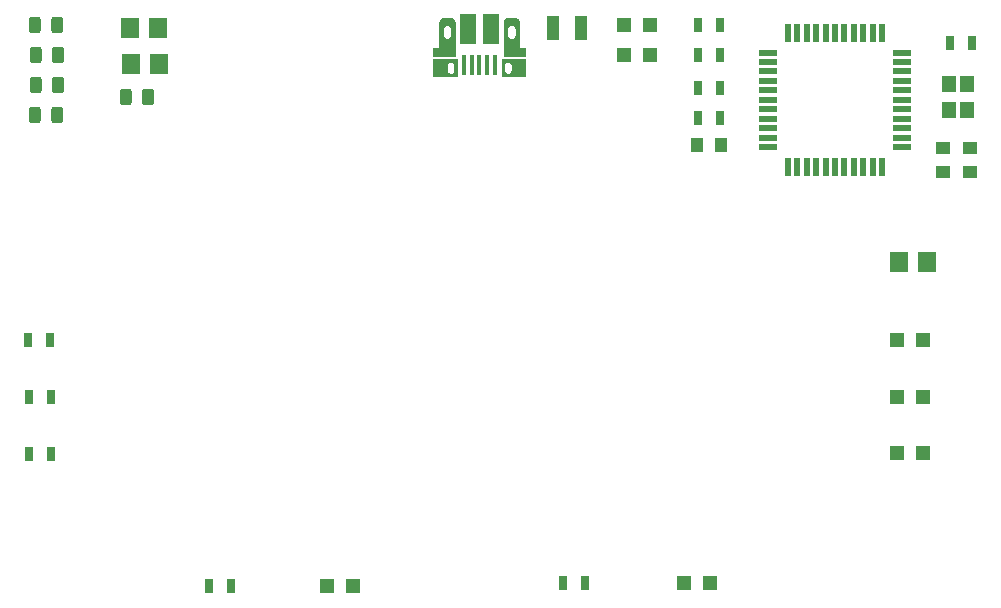
<source format=gbr>
G04 #@! TF.GenerationSoftware,KiCad,Pcbnew,(5.0.1-3-g963ef8bb5)*
G04 #@! TF.CreationDate,2019-04-11T07:51:52+01:00*
G04 #@! TF.ProjectId,invitation,696E7669746174696F6E2E6B69636164,rev?*
G04 #@! TF.SameCoordinates,Original*
G04 #@! TF.FileFunction,Paste,Bot*
G04 #@! TF.FilePolarity,Positive*
%FSLAX46Y46*%
G04 Gerber Fmt 4.6, Leading zero omitted, Abs format (unit mm)*
G04 Created by KiCad (PCBNEW (5.0.1-3-g963ef8bb5)) date Thursday, 11 April 2019 at 07:51:52*
%MOMM*%
%LPD*%
G01*
G04 APERTURE LIST*
%ADD10C,0.000100*%
%ADD11R,0.400000X1.750000*%
%ADD12R,1.425000X2.500000*%
%ADD13R,1.500000X0.550000*%
%ADD14R,0.550000X1.500000*%
%ADD15R,1.140000X2.030000*%
%ADD16R,1.200000X1.400000*%
%ADD17R,1.200000X1.200000*%
%ADD18R,0.700000X1.300000*%
%ADD19R,1.250000X1.000000*%
%ADD20R,1.000000X1.250000*%
%ADD21R,1.550000X1.800000*%
%ADD22C,0.100000*%
%ADD23C,0.975000*%
G04 APERTURE END LIST*
D10*
G04 #@! TO.C,P1*
G36*
X158510000Y-78030000D02*
X160510000Y-78030000D01*
X160510000Y-77310000D01*
X160310000Y-77310000D01*
X160310000Y-77500000D01*
X160310000Y-77508510D01*
X160309110Y-77525510D01*
X160307330Y-77542430D01*
X160304670Y-77559240D01*
X160301130Y-77575890D01*
X160296720Y-77592330D01*
X160291460Y-77608520D01*
X160285360Y-77624410D01*
X160278440Y-77639960D01*
X160270710Y-77655130D01*
X160262200Y-77669870D01*
X160252930Y-77684140D01*
X160242930Y-77697910D01*
X160232220Y-77711140D01*
X160220830Y-77723790D01*
X160208790Y-77735830D01*
X160196140Y-77747220D01*
X160182920Y-77757930D01*
X160169150Y-77767930D01*
X160154870Y-77777200D01*
X160140130Y-77785710D01*
X160124970Y-77793440D01*
X160109420Y-77800360D01*
X160093530Y-77806460D01*
X160077340Y-77811720D01*
X160060900Y-77816130D01*
X160044250Y-77819670D01*
X160027440Y-77822330D01*
X160010510Y-77824110D01*
X159993510Y-77825000D01*
X159985000Y-77825000D01*
X159976490Y-77825000D01*
X159959490Y-77824110D01*
X159942570Y-77822330D01*
X159925760Y-77819670D01*
X159909110Y-77816130D01*
X159892670Y-77811720D01*
X159876480Y-77806460D01*
X159860590Y-77800360D01*
X159845040Y-77793440D01*
X159829870Y-77785710D01*
X159815130Y-77777200D01*
X159800860Y-77767930D01*
X159787090Y-77757930D01*
X159773860Y-77747220D01*
X159761210Y-77735830D01*
X159749170Y-77723790D01*
X159737780Y-77711140D01*
X159727070Y-77697920D01*
X159717070Y-77684150D01*
X159707800Y-77669870D01*
X159699290Y-77655130D01*
X159691560Y-77639970D01*
X159684640Y-77624420D01*
X159678540Y-77608530D01*
X159673280Y-77592340D01*
X159668870Y-77575900D01*
X159665330Y-77559250D01*
X159662670Y-77542440D01*
X159660890Y-77525510D01*
X159660000Y-77508510D01*
X159660000Y-77500000D01*
X159660000Y-77310000D01*
X158510000Y-77310000D01*
X158510000Y-78030000D01*
G37*
X158510000Y-78030000D02*
X160510000Y-78030000D01*
X160510000Y-77310000D01*
X160310000Y-77310000D01*
X160310000Y-77500000D01*
X160310000Y-77508510D01*
X160309110Y-77525510D01*
X160307330Y-77542430D01*
X160304670Y-77559240D01*
X160301130Y-77575890D01*
X160296720Y-77592330D01*
X160291460Y-77608520D01*
X160285360Y-77624410D01*
X160278440Y-77639960D01*
X160270710Y-77655130D01*
X160262200Y-77669870D01*
X160252930Y-77684140D01*
X160242930Y-77697910D01*
X160232220Y-77711140D01*
X160220830Y-77723790D01*
X160208790Y-77735830D01*
X160196140Y-77747220D01*
X160182920Y-77757930D01*
X160169150Y-77767930D01*
X160154870Y-77777200D01*
X160140130Y-77785710D01*
X160124970Y-77793440D01*
X160109420Y-77800360D01*
X160093530Y-77806460D01*
X160077340Y-77811720D01*
X160060900Y-77816130D01*
X160044250Y-77819670D01*
X160027440Y-77822330D01*
X160010510Y-77824110D01*
X159993510Y-77825000D01*
X159985000Y-77825000D01*
X159976490Y-77825000D01*
X159959490Y-77824110D01*
X159942570Y-77822330D01*
X159925760Y-77819670D01*
X159909110Y-77816130D01*
X159892670Y-77811720D01*
X159876480Y-77806460D01*
X159860590Y-77800360D01*
X159845040Y-77793440D01*
X159829870Y-77785710D01*
X159815130Y-77777200D01*
X159800860Y-77767930D01*
X159787090Y-77757930D01*
X159773860Y-77747220D01*
X159761210Y-77735830D01*
X159749170Y-77723790D01*
X159737780Y-77711140D01*
X159727070Y-77697920D01*
X159717070Y-77684150D01*
X159707800Y-77669870D01*
X159699290Y-77655130D01*
X159691560Y-77639970D01*
X159684640Y-77624420D01*
X159678540Y-77608530D01*
X159673280Y-77592340D01*
X159668870Y-77575900D01*
X159665330Y-77559250D01*
X159662670Y-77542440D01*
X159660890Y-77525510D01*
X159660000Y-77508510D01*
X159660000Y-77500000D01*
X159660000Y-77310000D01*
X158510000Y-77310000D01*
X158510000Y-78030000D01*
G36*
X158510000Y-76570000D02*
X160510000Y-76570000D01*
X160510000Y-77310000D01*
X160310000Y-77310000D01*
X160310000Y-77100000D01*
X160310000Y-77091490D01*
X160309110Y-77074490D01*
X160307330Y-77057570D01*
X160304670Y-77040760D01*
X160301130Y-77024110D01*
X160296720Y-77007670D01*
X160291460Y-76991480D01*
X160285360Y-76975590D01*
X160278440Y-76960040D01*
X160270710Y-76944870D01*
X160262200Y-76930130D01*
X160252930Y-76915860D01*
X160242930Y-76902090D01*
X160232220Y-76888860D01*
X160220830Y-76876210D01*
X160208790Y-76864170D01*
X160196140Y-76852780D01*
X160182920Y-76842070D01*
X160169150Y-76832070D01*
X160154870Y-76822800D01*
X160140130Y-76814290D01*
X160124970Y-76806560D01*
X160109420Y-76799640D01*
X160093530Y-76793540D01*
X160077340Y-76788280D01*
X160060900Y-76783870D01*
X160044250Y-76780330D01*
X160027440Y-76777670D01*
X160010510Y-76775890D01*
X159993510Y-76775000D01*
X159985000Y-76775000D01*
X159976490Y-76775000D01*
X159959490Y-76775890D01*
X159942570Y-76777670D01*
X159925760Y-76780330D01*
X159909110Y-76783870D01*
X159892670Y-76788280D01*
X159876480Y-76793540D01*
X159860590Y-76799640D01*
X159845040Y-76806560D01*
X159829870Y-76814290D01*
X159815130Y-76822800D01*
X159800860Y-76832070D01*
X159787090Y-76842070D01*
X159773860Y-76852780D01*
X159761210Y-76864170D01*
X159749170Y-76876210D01*
X159737780Y-76888860D01*
X159727070Y-76902080D01*
X159717070Y-76915850D01*
X159707800Y-76930130D01*
X159699290Y-76944870D01*
X159691560Y-76960030D01*
X159684640Y-76975580D01*
X159678540Y-76991470D01*
X159673280Y-77007660D01*
X159668870Y-77024100D01*
X159665330Y-77040750D01*
X159662670Y-77057560D01*
X159660890Y-77074490D01*
X159660000Y-77091490D01*
X159660000Y-77100000D01*
X159660000Y-77310000D01*
X158510000Y-77310000D01*
X158510000Y-76570000D01*
G37*
X158510000Y-76570000D02*
X160510000Y-76570000D01*
X160510000Y-77310000D01*
X160310000Y-77310000D01*
X160310000Y-77100000D01*
X160310000Y-77091490D01*
X160309110Y-77074490D01*
X160307330Y-77057570D01*
X160304670Y-77040760D01*
X160301130Y-77024110D01*
X160296720Y-77007670D01*
X160291460Y-76991480D01*
X160285360Y-76975590D01*
X160278440Y-76960040D01*
X160270710Y-76944870D01*
X160262200Y-76930130D01*
X160252930Y-76915860D01*
X160242930Y-76902090D01*
X160232220Y-76888860D01*
X160220830Y-76876210D01*
X160208790Y-76864170D01*
X160196140Y-76852780D01*
X160182920Y-76842070D01*
X160169150Y-76832070D01*
X160154870Y-76822800D01*
X160140130Y-76814290D01*
X160124970Y-76806560D01*
X160109420Y-76799640D01*
X160093530Y-76793540D01*
X160077340Y-76788280D01*
X160060900Y-76783870D01*
X160044250Y-76780330D01*
X160027440Y-76777670D01*
X160010510Y-76775890D01*
X159993510Y-76775000D01*
X159985000Y-76775000D01*
X159976490Y-76775000D01*
X159959490Y-76775890D01*
X159942570Y-76777670D01*
X159925760Y-76780330D01*
X159909110Y-76783870D01*
X159892670Y-76788280D01*
X159876480Y-76793540D01*
X159860590Y-76799640D01*
X159845040Y-76806560D01*
X159829870Y-76814290D01*
X159815130Y-76822800D01*
X159800860Y-76832070D01*
X159787090Y-76842070D01*
X159773860Y-76852780D01*
X159761210Y-76864170D01*
X159749170Y-76876210D01*
X159737780Y-76888860D01*
X159727070Y-76902080D01*
X159717070Y-76915850D01*
X159707800Y-76930130D01*
X159699290Y-76944870D01*
X159691560Y-76960030D01*
X159684640Y-76975580D01*
X159678540Y-76991470D01*
X159673280Y-77007660D01*
X159668870Y-77024100D01*
X159665330Y-77040750D01*
X159662670Y-77057560D01*
X159660890Y-77074490D01*
X159660000Y-77091490D01*
X159660000Y-77100000D01*
X159660000Y-77310000D01*
X158510000Y-77310000D01*
X158510000Y-76570000D01*
G36*
X166310000Y-76570000D02*
X164310000Y-76570000D01*
X164310000Y-77290000D01*
X164510000Y-77290000D01*
X164510000Y-77100000D01*
X164510000Y-77091490D01*
X164510890Y-77074490D01*
X164512670Y-77057570D01*
X164515330Y-77040760D01*
X164518870Y-77024110D01*
X164523280Y-77007670D01*
X164528540Y-76991480D01*
X164534640Y-76975590D01*
X164541560Y-76960040D01*
X164549290Y-76944870D01*
X164557800Y-76930130D01*
X164567070Y-76915860D01*
X164577070Y-76902090D01*
X164587780Y-76888860D01*
X164599170Y-76876210D01*
X164611210Y-76864170D01*
X164623860Y-76852780D01*
X164637080Y-76842070D01*
X164650850Y-76832070D01*
X164665130Y-76822800D01*
X164679870Y-76814290D01*
X164695030Y-76806560D01*
X164710580Y-76799640D01*
X164726470Y-76793540D01*
X164742660Y-76788280D01*
X164759100Y-76783870D01*
X164775750Y-76780330D01*
X164792560Y-76777670D01*
X164809490Y-76775890D01*
X164826490Y-76775000D01*
X164835000Y-76775000D01*
X164843510Y-76775000D01*
X164860510Y-76775890D01*
X164877430Y-76777670D01*
X164894240Y-76780330D01*
X164910890Y-76783870D01*
X164927330Y-76788280D01*
X164943520Y-76793540D01*
X164959410Y-76799640D01*
X164974960Y-76806560D01*
X164990130Y-76814290D01*
X165004870Y-76822800D01*
X165019140Y-76832070D01*
X165032910Y-76842070D01*
X165046140Y-76852780D01*
X165058790Y-76864170D01*
X165070830Y-76876210D01*
X165082220Y-76888860D01*
X165092930Y-76902080D01*
X165102930Y-76915850D01*
X165112200Y-76930130D01*
X165120710Y-76944870D01*
X165128440Y-76960030D01*
X165135360Y-76975580D01*
X165141460Y-76991470D01*
X165146720Y-77007660D01*
X165151130Y-77024100D01*
X165154670Y-77040750D01*
X165157330Y-77057560D01*
X165159110Y-77074490D01*
X165160000Y-77091490D01*
X165160000Y-77100000D01*
X165160000Y-77290000D01*
X166310000Y-77290000D01*
X166310000Y-76570000D01*
G37*
X166310000Y-76570000D02*
X164310000Y-76570000D01*
X164310000Y-77290000D01*
X164510000Y-77290000D01*
X164510000Y-77100000D01*
X164510000Y-77091490D01*
X164510890Y-77074490D01*
X164512670Y-77057570D01*
X164515330Y-77040760D01*
X164518870Y-77024110D01*
X164523280Y-77007670D01*
X164528540Y-76991480D01*
X164534640Y-76975590D01*
X164541560Y-76960040D01*
X164549290Y-76944870D01*
X164557800Y-76930130D01*
X164567070Y-76915860D01*
X164577070Y-76902090D01*
X164587780Y-76888860D01*
X164599170Y-76876210D01*
X164611210Y-76864170D01*
X164623860Y-76852780D01*
X164637080Y-76842070D01*
X164650850Y-76832070D01*
X164665130Y-76822800D01*
X164679870Y-76814290D01*
X164695030Y-76806560D01*
X164710580Y-76799640D01*
X164726470Y-76793540D01*
X164742660Y-76788280D01*
X164759100Y-76783870D01*
X164775750Y-76780330D01*
X164792560Y-76777670D01*
X164809490Y-76775890D01*
X164826490Y-76775000D01*
X164835000Y-76775000D01*
X164843510Y-76775000D01*
X164860510Y-76775890D01*
X164877430Y-76777670D01*
X164894240Y-76780330D01*
X164910890Y-76783870D01*
X164927330Y-76788280D01*
X164943520Y-76793540D01*
X164959410Y-76799640D01*
X164974960Y-76806560D01*
X164990130Y-76814290D01*
X165004870Y-76822800D01*
X165019140Y-76832070D01*
X165032910Y-76842070D01*
X165046140Y-76852780D01*
X165058790Y-76864170D01*
X165070830Y-76876210D01*
X165082220Y-76888860D01*
X165092930Y-76902080D01*
X165102930Y-76915850D01*
X165112200Y-76930130D01*
X165120710Y-76944870D01*
X165128440Y-76960030D01*
X165135360Y-76975580D01*
X165141460Y-76991470D01*
X165146720Y-77007660D01*
X165151130Y-77024100D01*
X165154670Y-77040750D01*
X165157330Y-77057560D01*
X165159110Y-77074490D01*
X165160000Y-77091490D01*
X165160000Y-77100000D01*
X165160000Y-77290000D01*
X166310000Y-77290000D01*
X166310000Y-76570000D01*
G36*
X166310000Y-78030000D02*
X164310000Y-78030000D01*
X164310000Y-77290000D01*
X164510000Y-77290000D01*
X164510000Y-77500000D01*
X164510000Y-77508510D01*
X164510890Y-77525510D01*
X164512670Y-77542430D01*
X164515330Y-77559240D01*
X164518870Y-77575890D01*
X164523280Y-77592330D01*
X164528540Y-77608520D01*
X164534640Y-77624410D01*
X164541560Y-77639960D01*
X164549290Y-77655130D01*
X164557800Y-77669870D01*
X164567070Y-77684140D01*
X164577070Y-77697910D01*
X164587780Y-77711140D01*
X164599170Y-77723790D01*
X164611210Y-77735830D01*
X164623860Y-77747220D01*
X164637080Y-77757930D01*
X164650850Y-77767930D01*
X164665130Y-77777200D01*
X164679870Y-77785710D01*
X164695030Y-77793440D01*
X164710580Y-77800360D01*
X164726470Y-77806460D01*
X164742660Y-77811720D01*
X164759100Y-77816130D01*
X164775750Y-77819670D01*
X164792560Y-77822330D01*
X164809490Y-77824110D01*
X164826490Y-77825000D01*
X164835000Y-77825000D01*
X164843510Y-77825000D01*
X164860510Y-77824110D01*
X164877430Y-77822330D01*
X164894240Y-77819670D01*
X164910890Y-77816130D01*
X164927330Y-77811720D01*
X164943520Y-77806460D01*
X164959410Y-77800360D01*
X164974960Y-77793440D01*
X164990130Y-77785710D01*
X165004870Y-77777200D01*
X165019140Y-77767930D01*
X165032910Y-77757930D01*
X165046140Y-77747220D01*
X165058790Y-77735830D01*
X165070830Y-77723790D01*
X165082220Y-77711140D01*
X165092930Y-77697920D01*
X165102930Y-77684150D01*
X165112200Y-77669870D01*
X165120710Y-77655130D01*
X165128440Y-77639970D01*
X165135360Y-77624420D01*
X165141460Y-77608530D01*
X165146720Y-77592340D01*
X165151130Y-77575900D01*
X165154670Y-77559250D01*
X165157330Y-77542440D01*
X165159110Y-77525510D01*
X165160000Y-77508510D01*
X165160000Y-77500000D01*
X165160000Y-77290000D01*
X166310000Y-77290000D01*
X166310000Y-78030000D01*
G37*
X166310000Y-78030000D02*
X164310000Y-78030000D01*
X164310000Y-77290000D01*
X164510000Y-77290000D01*
X164510000Y-77500000D01*
X164510000Y-77508510D01*
X164510890Y-77525510D01*
X164512670Y-77542430D01*
X164515330Y-77559240D01*
X164518870Y-77575890D01*
X164523280Y-77592330D01*
X164528540Y-77608520D01*
X164534640Y-77624410D01*
X164541560Y-77639960D01*
X164549290Y-77655130D01*
X164557800Y-77669870D01*
X164567070Y-77684140D01*
X164577070Y-77697910D01*
X164587780Y-77711140D01*
X164599170Y-77723790D01*
X164611210Y-77735830D01*
X164623860Y-77747220D01*
X164637080Y-77757930D01*
X164650850Y-77767930D01*
X164665130Y-77777200D01*
X164679870Y-77785710D01*
X164695030Y-77793440D01*
X164710580Y-77800360D01*
X164726470Y-77806460D01*
X164742660Y-77811720D01*
X164759100Y-77816130D01*
X164775750Y-77819670D01*
X164792560Y-77822330D01*
X164809490Y-77824110D01*
X164826490Y-77825000D01*
X164835000Y-77825000D01*
X164843510Y-77825000D01*
X164860510Y-77824110D01*
X164877430Y-77822330D01*
X164894240Y-77819670D01*
X164910890Y-77816130D01*
X164927330Y-77811720D01*
X164943520Y-77806460D01*
X164959410Y-77800360D01*
X164974960Y-77793440D01*
X164990130Y-77785710D01*
X165004870Y-77777200D01*
X165019140Y-77767930D01*
X165032910Y-77757930D01*
X165046140Y-77747220D01*
X165058790Y-77735830D01*
X165070830Y-77723790D01*
X165082220Y-77711140D01*
X165092930Y-77697920D01*
X165102930Y-77684150D01*
X165112200Y-77669870D01*
X165120710Y-77655130D01*
X165128440Y-77639970D01*
X165135360Y-77624420D01*
X165141460Y-77608530D01*
X165146720Y-77592340D01*
X165151130Y-77575900D01*
X165154670Y-77559250D01*
X165157330Y-77542440D01*
X165159110Y-77525510D01*
X165160000Y-77508510D01*
X165160000Y-77500000D01*
X165160000Y-77290000D01*
X166310000Y-77290000D01*
X166310000Y-78030000D01*
G36*
X158510000Y-76320000D02*
X160335000Y-76320000D01*
X160335000Y-74270000D01*
X160035000Y-74270000D01*
X160035000Y-74520000D01*
X160035000Y-74529163D01*
X160034040Y-74547468D01*
X160032120Y-74565698D01*
X160029260Y-74583802D01*
X160025450Y-74601732D01*
X160020700Y-74619437D01*
X160015040Y-74636870D01*
X160008470Y-74653983D01*
X160001010Y-74670729D01*
X159992690Y-74687061D01*
X159983530Y-74702935D01*
X159973540Y-74718308D01*
X159962770Y-74733138D01*
X159951230Y-74747383D01*
X159938970Y-74761005D01*
X159926010Y-74773967D01*
X159912390Y-74786232D01*
X159898140Y-74797768D01*
X159883310Y-74808542D01*
X159867940Y-74818525D01*
X159852060Y-74827690D01*
X159835730Y-74836012D01*
X159818990Y-74843468D01*
X159801870Y-74850037D01*
X159784440Y-74855701D01*
X159766740Y-74860446D01*
X159748810Y-74864257D01*
X159730700Y-74867124D01*
X159712470Y-74869040D01*
X159694170Y-74870000D01*
X159685000Y-74870000D01*
X159675840Y-74870000D01*
X159657530Y-74869041D01*
X159639300Y-74867125D01*
X159621200Y-74864258D01*
X159603270Y-74860447D01*
X159585560Y-74855702D01*
X159568130Y-74850038D01*
X159551020Y-74843469D01*
X159534270Y-74836014D01*
X159517940Y-74827692D01*
X159502060Y-74818527D01*
X159486690Y-74808544D01*
X159471860Y-74797770D01*
X159457620Y-74786235D01*
X159443990Y-74773969D01*
X159431030Y-74761008D01*
X159418770Y-74747386D01*
X159407230Y-74733141D01*
X159396460Y-74718312D01*
X159386470Y-74702939D01*
X159377310Y-74687065D01*
X159368990Y-74670732D01*
X159361530Y-74653987D01*
X159354960Y-74636874D01*
X159349300Y-74619441D01*
X159344550Y-74601736D01*
X159340740Y-74583806D01*
X159337880Y-74565702D01*
X159335960Y-74547472D01*
X159335000Y-74529167D01*
X159335000Y-74520000D01*
X159335000Y-74270000D01*
X159035000Y-74270000D01*
X159035000Y-75620000D01*
X158510000Y-75620000D01*
X158510000Y-76320000D01*
G37*
X158510000Y-76320000D02*
X160335000Y-76320000D01*
X160335000Y-74270000D01*
X160035000Y-74270000D01*
X160035000Y-74520000D01*
X160035000Y-74529163D01*
X160034040Y-74547468D01*
X160032120Y-74565698D01*
X160029260Y-74583802D01*
X160025450Y-74601732D01*
X160020700Y-74619437D01*
X160015040Y-74636870D01*
X160008470Y-74653983D01*
X160001010Y-74670729D01*
X159992690Y-74687061D01*
X159983530Y-74702935D01*
X159973540Y-74718308D01*
X159962770Y-74733138D01*
X159951230Y-74747383D01*
X159938970Y-74761005D01*
X159926010Y-74773967D01*
X159912390Y-74786232D01*
X159898140Y-74797768D01*
X159883310Y-74808542D01*
X159867940Y-74818525D01*
X159852060Y-74827690D01*
X159835730Y-74836012D01*
X159818990Y-74843468D01*
X159801870Y-74850037D01*
X159784440Y-74855701D01*
X159766740Y-74860446D01*
X159748810Y-74864257D01*
X159730700Y-74867124D01*
X159712470Y-74869040D01*
X159694170Y-74870000D01*
X159685000Y-74870000D01*
X159675840Y-74870000D01*
X159657530Y-74869041D01*
X159639300Y-74867125D01*
X159621200Y-74864258D01*
X159603270Y-74860447D01*
X159585560Y-74855702D01*
X159568130Y-74850038D01*
X159551020Y-74843469D01*
X159534270Y-74836014D01*
X159517940Y-74827692D01*
X159502060Y-74818527D01*
X159486690Y-74808544D01*
X159471860Y-74797770D01*
X159457620Y-74786235D01*
X159443990Y-74773969D01*
X159431030Y-74761008D01*
X159418770Y-74747386D01*
X159407230Y-74733141D01*
X159396460Y-74718312D01*
X159386470Y-74702939D01*
X159377310Y-74687065D01*
X159368990Y-74670732D01*
X159361530Y-74653987D01*
X159354960Y-74636874D01*
X159349300Y-74619441D01*
X159344550Y-74601736D01*
X159340740Y-74583806D01*
X159337880Y-74565702D01*
X159335960Y-74547472D01*
X159335000Y-74529167D01*
X159335000Y-74520000D01*
X159335000Y-74270000D01*
X159035000Y-74270000D01*
X159035000Y-75620000D01*
X158510000Y-75620000D01*
X158510000Y-76320000D01*
G36*
X159035000Y-74270000D02*
X159335000Y-74270000D01*
X159335000Y-74020000D01*
X159335000Y-74010837D01*
X159335960Y-73992532D01*
X159337880Y-73974302D01*
X159340740Y-73956198D01*
X159344550Y-73938268D01*
X159349300Y-73920563D01*
X159354960Y-73903130D01*
X159361530Y-73886017D01*
X159368990Y-73869271D01*
X159377310Y-73852939D01*
X159386470Y-73837065D01*
X159396460Y-73821692D01*
X159407230Y-73806862D01*
X159418770Y-73792617D01*
X159431030Y-73778995D01*
X159443990Y-73766033D01*
X159457610Y-73753768D01*
X159471860Y-73742232D01*
X159486690Y-73731458D01*
X159502060Y-73721475D01*
X159517940Y-73712310D01*
X159534270Y-73703988D01*
X159551010Y-73696532D01*
X159568130Y-73689963D01*
X159585560Y-73684299D01*
X159603260Y-73679554D01*
X159621190Y-73675743D01*
X159639300Y-73672876D01*
X159657530Y-73670960D01*
X159675830Y-73670000D01*
X159685000Y-73670000D01*
X159694160Y-73670000D01*
X159712470Y-73670959D01*
X159730700Y-73672875D01*
X159748800Y-73675742D01*
X159766730Y-73679553D01*
X159784440Y-73684298D01*
X159801870Y-73689962D01*
X159818980Y-73696531D01*
X159835730Y-73703986D01*
X159852060Y-73712308D01*
X159867940Y-73721473D01*
X159883310Y-73731456D01*
X159898140Y-73742230D01*
X159912380Y-73753765D01*
X159926010Y-73766031D01*
X159938970Y-73778992D01*
X159951230Y-73792614D01*
X159962770Y-73806859D01*
X159973540Y-73821688D01*
X159983530Y-73837061D01*
X159992690Y-73852935D01*
X160001010Y-73869268D01*
X160008470Y-73886013D01*
X160015040Y-73903126D01*
X160020700Y-73920559D01*
X160025450Y-73938264D01*
X160029260Y-73956194D01*
X160032120Y-73974298D01*
X160034040Y-73992528D01*
X160035000Y-74010833D01*
X160035000Y-74020000D01*
X160035000Y-74270000D01*
X160335000Y-74270000D01*
X160335000Y-73510000D01*
X160335000Y-73498481D01*
X160333790Y-73475469D01*
X160331390Y-73452551D01*
X160327780Y-73429791D01*
X160322990Y-73407251D01*
X160317030Y-73384993D01*
X160309910Y-73363077D01*
X160301650Y-73341564D01*
X160292270Y-73320513D01*
X160281810Y-73299981D01*
X160270290Y-73280024D01*
X160257740Y-73260700D01*
X160244200Y-73242060D01*
X160229690Y-73224150D01*
X160214280Y-73207020D01*
X160197980Y-73190730D01*
X160180860Y-73175310D01*
X160162950Y-73160810D01*
X160144310Y-73147260D01*
X160124980Y-73134710D01*
X160105020Y-73123190D01*
X160084490Y-73112730D01*
X160063440Y-73103350D01*
X160041930Y-73095100D01*
X160020010Y-73087980D01*
X159997750Y-73082010D01*
X159975210Y-73077220D01*
X159952450Y-73073620D01*
X159929540Y-73071210D01*
X159906520Y-73070000D01*
X159895000Y-73070000D01*
X159890000Y-73070000D01*
X159500000Y-73070000D01*
X159495000Y-73070000D01*
X159482960Y-73070000D01*
X159458900Y-73071260D01*
X159434940Y-73073780D01*
X159411150Y-73077550D01*
X159387580Y-73082560D01*
X159364310Y-73088790D01*
X159341400Y-73096240D01*
X159318910Y-73104870D01*
X159296900Y-73114670D01*
X159275430Y-73125600D01*
X159254570Y-73137650D01*
X159234370Y-73150770D01*
X159214880Y-73164930D01*
X159196150Y-73180090D01*
X159178250Y-73196210D01*
X159161220Y-73213250D01*
X159145100Y-73231150D01*
X159129930Y-73249870D01*
X159115770Y-73269360D01*
X159102650Y-73289566D01*
X159090610Y-73310429D01*
X159079670Y-73331895D01*
X159069870Y-73353903D01*
X159061240Y-73376394D01*
X159053790Y-73399306D01*
X159047560Y-73422576D01*
X159042550Y-73446140D01*
X159038780Y-73469935D01*
X159036260Y-73493894D01*
X159035000Y-73517952D01*
X159035000Y-73530000D01*
X159035000Y-74270000D01*
G37*
X159035000Y-74270000D02*
X159335000Y-74270000D01*
X159335000Y-74020000D01*
X159335000Y-74010837D01*
X159335960Y-73992532D01*
X159337880Y-73974302D01*
X159340740Y-73956198D01*
X159344550Y-73938268D01*
X159349300Y-73920563D01*
X159354960Y-73903130D01*
X159361530Y-73886017D01*
X159368990Y-73869271D01*
X159377310Y-73852939D01*
X159386470Y-73837065D01*
X159396460Y-73821692D01*
X159407230Y-73806862D01*
X159418770Y-73792617D01*
X159431030Y-73778995D01*
X159443990Y-73766033D01*
X159457610Y-73753768D01*
X159471860Y-73742232D01*
X159486690Y-73731458D01*
X159502060Y-73721475D01*
X159517940Y-73712310D01*
X159534270Y-73703988D01*
X159551010Y-73696532D01*
X159568130Y-73689963D01*
X159585560Y-73684299D01*
X159603260Y-73679554D01*
X159621190Y-73675743D01*
X159639300Y-73672876D01*
X159657530Y-73670960D01*
X159675830Y-73670000D01*
X159685000Y-73670000D01*
X159694160Y-73670000D01*
X159712470Y-73670959D01*
X159730700Y-73672875D01*
X159748800Y-73675742D01*
X159766730Y-73679553D01*
X159784440Y-73684298D01*
X159801870Y-73689962D01*
X159818980Y-73696531D01*
X159835730Y-73703986D01*
X159852060Y-73712308D01*
X159867940Y-73721473D01*
X159883310Y-73731456D01*
X159898140Y-73742230D01*
X159912380Y-73753765D01*
X159926010Y-73766031D01*
X159938970Y-73778992D01*
X159951230Y-73792614D01*
X159962770Y-73806859D01*
X159973540Y-73821688D01*
X159983530Y-73837061D01*
X159992690Y-73852935D01*
X160001010Y-73869268D01*
X160008470Y-73886013D01*
X160015040Y-73903126D01*
X160020700Y-73920559D01*
X160025450Y-73938264D01*
X160029260Y-73956194D01*
X160032120Y-73974298D01*
X160034040Y-73992528D01*
X160035000Y-74010833D01*
X160035000Y-74020000D01*
X160035000Y-74270000D01*
X160335000Y-74270000D01*
X160335000Y-73510000D01*
X160335000Y-73498481D01*
X160333790Y-73475469D01*
X160331390Y-73452551D01*
X160327780Y-73429791D01*
X160322990Y-73407251D01*
X160317030Y-73384993D01*
X160309910Y-73363077D01*
X160301650Y-73341564D01*
X160292270Y-73320513D01*
X160281810Y-73299981D01*
X160270290Y-73280024D01*
X160257740Y-73260700D01*
X160244200Y-73242060D01*
X160229690Y-73224150D01*
X160214280Y-73207020D01*
X160197980Y-73190730D01*
X160180860Y-73175310D01*
X160162950Y-73160810D01*
X160144310Y-73147260D01*
X160124980Y-73134710D01*
X160105020Y-73123190D01*
X160084490Y-73112730D01*
X160063440Y-73103350D01*
X160041930Y-73095100D01*
X160020010Y-73087980D01*
X159997750Y-73082010D01*
X159975210Y-73077220D01*
X159952450Y-73073620D01*
X159929540Y-73071210D01*
X159906520Y-73070000D01*
X159895000Y-73070000D01*
X159890000Y-73070000D01*
X159500000Y-73070000D01*
X159495000Y-73070000D01*
X159482960Y-73070000D01*
X159458900Y-73071260D01*
X159434940Y-73073780D01*
X159411150Y-73077550D01*
X159387580Y-73082560D01*
X159364310Y-73088790D01*
X159341400Y-73096240D01*
X159318910Y-73104870D01*
X159296900Y-73114670D01*
X159275430Y-73125600D01*
X159254570Y-73137650D01*
X159234370Y-73150770D01*
X159214880Y-73164930D01*
X159196150Y-73180090D01*
X159178250Y-73196210D01*
X159161220Y-73213250D01*
X159145100Y-73231150D01*
X159129930Y-73249870D01*
X159115770Y-73269360D01*
X159102650Y-73289566D01*
X159090610Y-73310429D01*
X159079670Y-73331895D01*
X159069870Y-73353903D01*
X159061240Y-73376394D01*
X159053790Y-73399306D01*
X159047560Y-73422576D01*
X159042550Y-73446140D01*
X159038780Y-73469935D01*
X159036260Y-73493894D01*
X159035000Y-73517952D01*
X159035000Y-73530000D01*
X159035000Y-74270000D01*
G36*
X166310000Y-76320000D02*
X164485000Y-76320000D01*
X164485000Y-74270000D01*
X164785000Y-74270000D01*
X164785000Y-74520000D01*
X164785000Y-74529163D01*
X164785960Y-74547468D01*
X164787880Y-74565698D01*
X164790740Y-74583802D01*
X164794550Y-74601732D01*
X164799300Y-74619437D01*
X164804960Y-74636870D01*
X164811530Y-74653983D01*
X164818990Y-74670729D01*
X164827310Y-74687061D01*
X164836470Y-74702935D01*
X164846460Y-74718308D01*
X164857230Y-74733138D01*
X164868770Y-74747383D01*
X164881030Y-74761005D01*
X164893990Y-74773967D01*
X164907610Y-74786232D01*
X164921860Y-74797768D01*
X164936690Y-74808542D01*
X164952060Y-74818525D01*
X164967940Y-74827690D01*
X164984270Y-74836012D01*
X165001010Y-74843468D01*
X165018130Y-74850037D01*
X165035560Y-74855701D01*
X165053260Y-74860446D01*
X165071190Y-74864257D01*
X165089300Y-74867124D01*
X165107530Y-74869040D01*
X165125830Y-74870000D01*
X165135000Y-74870000D01*
X165144160Y-74870000D01*
X165162470Y-74869041D01*
X165180700Y-74867125D01*
X165198800Y-74864258D01*
X165216730Y-74860447D01*
X165234440Y-74855702D01*
X165251870Y-74850038D01*
X165268980Y-74843469D01*
X165285730Y-74836014D01*
X165302060Y-74827692D01*
X165317940Y-74818527D01*
X165333310Y-74808544D01*
X165348140Y-74797770D01*
X165362380Y-74786235D01*
X165376010Y-74773969D01*
X165388970Y-74761008D01*
X165401230Y-74747386D01*
X165412770Y-74733141D01*
X165423540Y-74718312D01*
X165433530Y-74702939D01*
X165442690Y-74687065D01*
X165451010Y-74670732D01*
X165458470Y-74653987D01*
X165465040Y-74636874D01*
X165470700Y-74619441D01*
X165475450Y-74601736D01*
X165479260Y-74583806D01*
X165482120Y-74565702D01*
X165484040Y-74547472D01*
X165485000Y-74529167D01*
X165485000Y-74520000D01*
X165485000Y-74270000D01*
X165785000Y-74270000D01*
X165785000Y-75620000D01*
X166310000Y-75620000D01*
X166310000Y-76320000D01*
G37*
X166310000Y-76320000D02*
X164485000Y-76320000D01*
X164485000Y-74270000D01*
X164785000Y-74270000D01*
X164785000Y-74520000D01*
X164785000Y-74529163D01*
X164785960Y-74547468D01*
X164787880Y-74565698D01*
X164790740Y-74583802D01*
X164794550Y-74601732D01*
X164799300Y-74619437D01*
X164804960Y-74636870D01*
X164811530Y-74653983D01*
X164818990Y-74670729D01*
X164827310Y-74687061D01*
X164836470Y-74702935D01*
X164846460Y-74718308D01*
X164857230Y-74733138D01*
X164868770Y-74747383D01*
X164881030Y-74761005D01*
X164893990Y-74773967D01*
X164907610Y-74786232D01*
X164921860Y-74797768D01*
X164936690Y-74808542D01*
X164952060Y-74818525D01*
X164967940Y-74827690D01*
X164984270Y-74836012D01*
X165001010Y-74843468D01*
X165018130Y-74850037D01*
X165035560Y-74855701D01*
X165053260Y-74860446D01*
X165071190Y-74864257D01*
X165089300Y-74867124D01*
X165107530Y-74869040D01*
X165125830Y-74870000D01*
X165135000Y-74870000D01*
X165144160Y-74870000D01*
X165162470Y-74869041D01*
X165180700Y-74867125D01*
X165198800Y-74864258D01*
X165216730Y-74860447D01*
X165234440Y-74855702D01*
X165251870Y-74850038D01*
X165268980Y-74843469D01*
X165285730Y-74836014D01*
X165302060Y-74827692D01*
X165317940Y-74818527D01*
X165333310Y-74808544D01*
X165348140Y-74797770D01*
X165362380Y-74786235D01*
X165376010Y-74773969D01*
X165388970Y-74761008D01*
X165401230Y-74747386D01*
X165412770Y-74733141D01*
X165423540Y-74718312D01*
X165433530Y-74702939D01*
X165442690Y-74687065D01*
X165451010Y-74670732D01*
X165458470Y-74653987D01*
X165465040Y-74636874D01*
X165470700Y-74619441D01*
X165475450Y-74601736D01*
X165479260Y-74583806D01*
X165482120Y-74565702D01*
X165484040Y-74547472D01*
X165485000Y-74529167D01*
X165485000Y-74520000D01*
X165485000Y-74270000D01*
X165785000Y-74270000D01*
X165785000Y-75620000D01*
X166310000Y-75620000D01*
X166310000Y-76320000D01*
G36*
X164485000Y-74270000D02*
X164785000Y-74270000D01*
X164785000Y-74015000D01*
X164785000Y-74005837D01*
X164785960Y-73987532D01*
X164787880Y-73969302D01*
X164790740Y-73951198D01*
X164794550Y-73933268D01*
X164799300Y-73915563D01*
X164804960Y-73898130D01*
X164811530Y-73881017D01*
X164818990Y-73864271D01*
X164827310Y-73847939D01*
X164836470Y-73832065D01*
X164846460Y-73816692D01*
X164857230Y-73801862D01*
X164868770Y-73787617D01*
X164881030Y-73773995D01*
X164893990Y-73761033D01*
X164907610Y-73748768D01*
X164921860Y-73737232D01*
X164936690Y-73726458D01*
X164952060Y-73716475D01*
X164967940Y-73707310D01*
X164984270Y-73698988D01*
X165001010Y-73691532D01*
X165018130Y-73684963D01*
X165035560Y-73679299D01*
X165053260Y-73674554D01*
X165071190Y-73670743D01*
X165089300Y-73667876D01*
X165107530Y-73665960D01*
X165125830Y-73665000D01*
X165135000Y-73665000D01*
X165144160Y-73665000D01*
X165162470Y-73665959D01*
X165180700Y-73667875D01*
X165198800Y-73670742D01*
X165216730Y-73674553D01*
X165234440Y-73679298D01*
X165251870Y-73684962D01*
X165268980Y-73691531D01*
X165285730Y-73698986D01*
X165302060Y-73707308D01*
X165317940Y-73716473D01*
X165333310Y-73726456D01*
X165348140Y-73737230D01*
X165362380Y-73748765D01*
X165376010Y-73761031D01*
X165388970Y-73773992D01*
X165401230Y-73787614D01*
X165412770Y-73801859D01*
X165423540Y-73816688D01*
X165433530Y-73832061D01*
X165442690Y-73847935D01*
X165451010Y-73864268D01*
X165458470Y-73881013D01*
X165465040Y-73898126D01*
X165470700Y-73915559D01*
X165475450Y-73933264D01*
X165479260Y-73951194D01*
X165482120Y-73969298D01*
X165484040Y-73987528D01*
X165485000Y-74005833D01*
X165485000Y-74015000D01*
X165485000Y-74270000D01*
X165785000Y-74270000D01*
X165785000Y-73505000D01*
X165785010Y-73496046D01*
X165783810Y-73473164D01*
X165781410Y-73450377D01*
X165777830Y-73427746D01*
X165773070Y-73405334D01*
X165767130Y-73383201D01*
X165760050Y-73361410D01*
X165751840Y-73340018D01*
X165742520Y-73319086D01*
X165732120Y-73298670D01*
X165720670Y-73278827D01*
X165708190Y-73259610D01*
X165694720Y-73241070D01*
X165680300Y-73223270D01*
X165664970Y-73206240D01*
X165648770Y-73190040D01*
X165631740Y-73174700D01*
X165613930Y-73160280D01*
X165595390Y-73146820D01*
X165576180Y-73134340D01*
X165556330Y-73122880D01*
X165535920Y-73112480D01*
X165514990Y-73103160D01*
X165493600Y-73094950D01*
X165471800Y-73087870D01*
X165449670Y-73081940D01*
X165427260Y-73077170D01*
X165404630Y-73073590D01*
X165381840Y-73071190D01*
X165358960Y-73069990D01*
X165345000Y-73070000D01*
X164860000Y-73070000D01*
X164845560Y-73071500D01*
X164824000Y-73074920D01*
X164802640Y-73079460D01*
X164781550Y-73085110D01*
X164760780Y-73091860D01*
X164740400Y-73099680D01*
X164720450Y-73108560D01*
X164701000Y-73118470D01*
X164682090Y-73129390D01*
X164663770Y-73141280D01*
X164646110Y-73154120D01*
X164629140Y-73167860D01*
X164612910Y-73182470D01*
X164597470Y-73197910D01*
X164582860Y-73214140D01*
X164569120Y-73231100D01*
X164556290Y-73248770D01*
X164544390Y-73267080D01*
X164533480Y-73285991D01*
X164523560Y-73305446D01*
X164514680Y-73325393D01*
X164506860Y-73345778D01*
X164500110Y-73366544D01*
X164494460Y-73387635D01*
X164489920Y-73408993D01*
X164486500Y-73430559D01*
X164484220Y-73452275D01*
X164483080Y-73474080D01*
X164483080Y-73495915D01*
X164484220Y-73517720D01*
X164485000Y-73525000D01*
X164485000Y-74270000D01*
G37*
X164485000Y-74270000D02*
X164785000Y-74270000D01*
X164785000Y-74015000D01*
X164785000Y-74005837D01*
X164785960Y-73987532D01*
X164787880Y-73969302D01*
X164790740Y-73951198D01*
X164794550Y-73933268D01*
X164799300Y-73915563D01*
X164804960Y-73898130D01*
X164811530Y-73881017D01*
X164818990Y-73864271D01*
X164827310Y-73847939D01*
X164836470Y-73832065D01*
X164846460Y-73816692D01*
X164857230Y-73801862D01*
X164868770Y-73787617D01*
X164881030Y-73773995D01*
X164893990Y-73761033D01*
X164907610Y-73748768D01*
X164921860Y-73737232D01*
X164936690Y-73726458D01*
X164952060Y-73716475D01*
X164967940Y-73707310D01*
X164984270Y-73698988D01*
X165001010Y-73691532D01*
X165018130Y-73684963D01*
X165035560Y-73679299D01*
X165053260Y-73674554D01*
X165071190Y-73670743D01*
X165089300Y-73667876D01*
X165107530Y-73665960D01*
X165125830Y-73665000D01*
X165135000Y-73665000D01*
X165144160Y-73665000D01*
X165162470Y-73665959D01*
X165180700Y-73667875D01*
X165198800Y-73670742D01*
X165216730Y-73674553D01*
X165234440Y-73679298D01*
X165251870Y-73684962D01*
X165268980Y-73691531D01*
X165285730Y-73698986D01*
X165302060Y-73707308D01*
X165317940Y-73716473D01*
X165333310Y-73726456D01*
X165348140Y-73737230D01*
X165362380Y-73748765D01*
X165376010Y-73761031D01*
X165388970Y-73773992D01*
X165401230Y-73787614D01*
X165412770Y-73801859D01*
X165423540Y-73816688D01*
X165433530Y-73832061D01*
X165442690Y-73847935D01*
X165451010Y-73864268D01*
X165458470Y-73881013D01*
X165465040Y-73898126D01*
X165470700Y-73915559D01*
X165475450Y-73933264D01*
X165479260Y-73951194D01*
X165482120Y-73969298D01*
X165484040Y-73987528D01*
X165485000Y-74005833D01*
X165485000Y-74015000D01*
X165485000Y-74270000D01*
X165785000Y-74270000D01*
X165785000Y-73505000D01*
X165785010Y-73496046D01*
X165783810Y-73473164D01*
X165781410Y-73450377D01*
X165777830Y-73427746D01*
X165773070Y-73405334D01*
X165767130Y-73383201D01*
X165760050Y-73361410D01*
X165751840Y-73340018D01*
X165742520Y-73319086D01*
X165732120Y-73298670D01*
X165720670Y-73278827D01*
X165708190Y-73259610D01*
X165694720Y-73241070D01*
X165680300Y-73223270D01*
X165664970Y-73206240D01*
X165648770Y-73190040D01*
X165631740Y-73174700D01*
X165613930Y-73160280D01*
X165595390Y-73146820D01*
X165576180Y-73134340D01*
X165556330Y-73122880D01*
X165535920Y-73112480D01*
X165514990Y-73103160D01*
X165493600Y-73094950D01*
X165471800Y-73087870D01*
X165449670Y-73081940D01*
X165427260Y-73077170D01*
X165404630Y-73073590D01*
X165381840Y-73071190D01*
X165358960Y-73069990D01*
X165345000Y-73070000D01*
X164860000Y-73070000D01*
X164845560Y-73071500D01*
X164824000Y-73074920D01*
X164802640Y-73079460D01*
X164781550Y-73085110D01*
X164760780Y-73091860D01*
X164740400Y-73099680D01*
X164720450Y-73108560D01*
X164701000Y-73118470D01*
X164682090Y-73129390D01*
X164663770Y-73141280D01*
X164646110Y-73154120D01*
X164629140Y-73167860D01*
X164612910Y-73182470D01*
X164597470Y-73197910D01*
X164582860Y-73214140D01*
X164569120Y-73231100D01*
X164556290Y-73248770D01*
X164544390Y-73267080D01*
X164533480Y-73285991D01*
X164523560Y-73305446D01*
X164514680Y-73325393D01*
X164506860Y-73345778D01*
X164500110Y-73366544D01*
X164494460Y-73387635D01*
X164489920Y-73408993D01*
X164486500Y-73430559D01*
X164484220Y-73452275D01*
X164483080Y-73474080D01*
X164483080Y-73495915D01*
X164484220Y-73517720D01*
X164485000Y-73525000D01*
X164485000Y-74270000D01*
G04 #@! TD*
D11*
G04 #@! TO.C,P1*
X161110000Y-77095000D03*
X161760000Y-77095000D03*
X162410000Y-77095000D03*
X163060000Y-77095000D03*
X163710000Y-77095000D03*
D12*
X161447500Y-74020000D03*
X163372500Y-74020000D03*
G04 #@! TD*
D13*
G04 #@! TO.C,U1*
X186832000Y-84010000D03*
X186832000Y-83210000D03*
X186832000Y-82410000D03*
X186832000Y-81610000D03*
X186832000Y-80810000D03*
X186832000Y-80010000D03*
X186832000Y-79210000D03*
X186832000Y-78410000D03*
X186832000Y-77610000D03*
X186832000Y-76810000D03*
X186832000Y-76010000D03*
D14*
X188532000Y-74310000D03*
X189332000Y-74310000D03*
X190132000Y-74310000D03*
X190932000Y-74310000D03*
X191732000Y-74310000D03*
X192532000Y-74310000D03*
X193332000Y-74310000D03*
X194132000Y-74310000D03*
X194932000Y-74310000D03*
X195732000Y-74310000D03*
X196532000Y-74310000D03*
D13*
X198232000Y-76010000D03*
X198232000Y-76810000D03*
X198232000Y-77610000D03*
X198232000Y-78410000D03*
X198232000Y-79210000D03*
X198232000Y-80010000D03*
X198232000Y-80810000D03*
X198232000Y-81610000D03*
X198232000Y-82410000D03*
X198232000Y-83210000D03*
X198232000Y-84010000D03*
D14*
X196532000Y-85710000D03*
X195732000Y-85710000D03*
X194932000Y-85710000D03*
X194132000Y-85710000D03*
X193332000Y-85710000D03*
X192532000Y-85710000D03*
X191732000Y-85710000D03*
X190932000Y-85710000D03*
X190132000Y-85710000D03*
X189332000Y-85710000D03*
X188532000Y-85710000D03*
G04 #@! TD*
D15*
G04 #@! TO.C,F1*
X168656000Y-73914000D03*
X171056000Y-73914000D03*
G04 #@! TD*
D16*
G04 #@! TO.C,Y1*
X202146000Y-80856000D03*
X202146000Y-78656000D03*
X203746000Y-80856000D03*
X203746000Y-78656000D03*
G04 #@! TD*
D17*
G04 #@! TO.C,D1*
X200010000Y-100320000D03*
X197810000Y-100320000D03*
G04 #@! TD*
G04 #@! TO.C,D2*
X199982000Y-105156000D03*
X197782000Y-105156000D03*
G04 #@! TD*
G04 #@! TO.C,D3*
X200020000Y-109870000D03*
X197820000Y-109870000D03*
G04 #@! TD*
G04 #@! TO.C,D4*
X181948000Y-120904000D03*
X179748000Y-120904000D03*
G04 #@! TD*
G04 #@! TO.C,D5*
X151722000Y-121158000D03*
X149522000Y-121158000D03*
G04 #@! TD*
D18*
G04 #@! TO.C,R1*
X126106000Y-100330000D03*
X124206000Y-100330000D03*
G04 #@! TD*
G04 #@! TO.C,R2*
X126172000Y-105156000D03*
X124272000Y-105156000D03*
G04 #@! TD*
G04 #@! TO.C,R3*
X126172000Y-109982000D03*
X124272000Y-109982000D03*
G04 #@! TD*
G04 #@! TO.C,R4*
X171384000Y-120904000D03*
X169484000Y-120904000D03*
G04 #@! TD*
G04 #@! TO.C,R5*
X141412000Y-121158000D03*
X139512000Y-121158000D03*
G04 #@! TD*
G04 #@! TO.C,R8*
X182814000Y-78994000D03*
X180914000Y-78994000D03*
G04 #@! TD*
G04 #@! TO.C,R9*
X182814000Y-81534000D03*
X180914000Y-81534000D03*
G04 #@! TD*
G04 #@! TO.C,R10*
X202250000Y-75184000D03*
X204150000Y-75184000D03*
G04 #@! TD*
D19*
G04 #@! TO.C,C1*
X203962000Y-84090000D03*
X203962000Y-86090000D03*
G04 #@! TD*
G04 #@! TO.C,C2*
X201676000Y-84090000D03*
X201676000Y-86090000D03*
G04 #@! TD*
D20*
G04 #@! TO.C,C3*
X182864000Y-83820000D03*
X180864000Y-83820000D03*
G04 #@! TD*
D21*
G04 #@! TO.C,C4*
X135192000Y-73914000D03*
X132842000Y-73914000D03*
G04 #@! TD*
G04 #@! TO.C,C5*
X135287000Y-76962000D03*
X132937000Y-76962000D03*
G04 #@! TD*
G04 #@! TO.C,C0*
X197961000Y-93726000D03*
X200311000Y-93726000D03*
G04 #@! TD*
D17*
G04 #@! TO.C,D6*
X174668000Y-73660000D03*
X176868000Y-73660000D03*
G04 #@! TD*
G04 #@! TO.C,D7*
X174668000Y-76200000D03*
X176868000Y-76200000D03*
G04 #@! TD*
D18*
G04 #@! TO.C,R6*
X182814000Y-73660000D03*
X180914000Y-73660000D03*
G04 #@! TD*
G04 #@! TO.C,R7*
X182814000Y-76200000D03*
X180914000Y-76200000D03*
G04 #@! TD*
D22*
G04 #@! TO.C,R11*
G36*
X134633642Y-79057174D02*
X134657303Y-79060684D01*
X134680507Y-79066496D01*
X134703029Y-79074554D01*
X134724653Y-79084782D01*
X134745170Y-79097079D01*
X134764383Y-79111329D01*
X134782107Y-79127393D01*
X134798171Y-79145117D01*
X134812421Y-79164330D01*
X134824718Y-79184847D01*
X134834946Y-79206471D01*
X134843004Y-79228993D01*
X134848816Y-79252197D01*
X134852326Y-79275858D01*
X134853500Y-79299750D01*
X134853500Y-80212250D01*
X134852326Y-80236142D01*
X134848816Y-80259803D01*
X134843004Y-80283007D01*
X134834946Y-80305529D01*
X134824718Y-80327153D01*
X134812421Y-80347670D01*
X134798171Y-80366883D01*
X134782107Y-80384607D01*
X134764383Y-80400671D01*
X134745170Y-80414921D01*
X134724653Y-80427218D01*
X134703029Y-80437446D01*
X134680507Y-80445504D01*
X134657303Y-80451316D01*
X134633642Y-80454826D01*
X134609750Y-80456000D01*
X134122250Y-80456000D01*
X134098358Y-80454826D01*
X134074697Y-80451316D01*
X134051493Y-80445504D01*
X134028971Y-80437446D01*
X134007347Y-80427218D01*
X133986830Y-80414921D01*
X133967617Y-80400671D01*
X133949893Y-80384607D01*
X133933829Y-80366883D01*
X133919579Y-80347670D01*
X133907282Y-80327153D01*
X133897054Y-80305529D01*
X133888996Y-80283007D01*
X133883184Y-80259803D01*
X133879674Y-80236142D01*
X133878500Y-80212250D01*
X133878500Y-79299750D01*
X133879674Y-79275858D01*
X133883184Y-79252197D01*
X133888996Y-79228993D01*
X133897054Y-79206471D01*
X133907282Y-79184847D01*
X133919579Y-79164330D01*
X133933829Y-79145117D01*
X133949893Y-79127393D01*
X133967617Y-79111329D01*
X133986830Y-79097079D01*
X134007347Y-79084782D01*
X134028971Y-79074554D01*
X134051493Y-79066496D01*
X134074697Y-79060684D01*
X134098358Y-79057174D01*
X134122250Y-79056000D01*
X134609750Y-79056000D01*
X134633642Y-79057174D01*
X134633642Y-79057174D01*
G37*
D23*
X134366000Y-79756000D03*
D22*
G36*
X132758642Y-79057174D02*
X132782303Y-79060684D01*
X132805507Y-79066496D01*
X132828029Y-79074554D01*
X132849653Y-79084782D01*
X132870170Y-79097079D01*
X132889383Y-79111329D01*
X132907107Y-79127393D01*
X132923171Y-79145117D01*
X132937421Y-79164330D01*
X132949718Y-79184847D01*
X132959946Y-79206471D01*
X132968004Y-79228993D01*
X132973816Y-79252197D01*
X132977326Y-79275858D01*
X132978500Y-79299750D01*
X132978500Y-80212250D01*
X132977326Y-80236142D01*
X132973816Y-80259803D01*
X132968004Y-80283007D01*
X132959946Y-80305529D01*
X132949718Y-80327153D01*
X132937421Y-80347670D01*
X132923171Y-80366883D01*
X132907107Y-80384607D01*
X132889383Y-80400671D01*
X132870170Y-80414921D01*
X132849653Y-80427218D01*
X132828029Y-80437446D01*
X132805507Y-80445504D01*
X132782303Y-80451316D01*
X132758642Y-80454826D01*
X132734750Y-80456000D01*
X132247250Y-80456000D01*
X132223358Y-80454826D01*
X132199697Y-80451316D01*
X132176493Y-80445504D01*
X132153971Y-80437446D01*
X132132347Y-80427218D01*
X132111830Y-80414921D01*
X132092617Y-80400671D01*
X132074893Y-80384607D01*
X132058829Y-80366883D01*
X132044579Y-80347670D01*
X132032282Y-80327153D01*
X132022054Y-80305529D01*
X132013996Y-80283007D01*
X132008184Y-80259803D01*
X132004674Y-80236142D01*
X132003500Y-80212250D01*
X132003500Y-79299750D01*
X132004674Y-79275858D01*
X132008184Y-79252197D01*
X132013996Y-79228993D01*
X132022054Y-79206471D01*
X132032282Y-79184847D01*
X132044579Y-79164330D01*
X132058829Y-79145117D01*
X132074893Y-79127393D01*
X132092617Y-79111329D01*
X132111830Y-79097079D01*
X132132347Y-79084782D01*
X132153971Y-79074554D01*
X132176493Y-79066496D01*
X132199697Y-79060684D01*
X132223358Y-79057174D01*
X132247250Y-79056000D01*
X132734750Y-79056000D01*
X132758642Y-79057174D01*
X132758642Y-79057174D01*
G37*
D23*
X132491000Y-79756000D03*
G04 #@! TD*
D22*
G04 #@! TO.C,R12*
G36*
X125060142Y-72961174D02*
X125083803Y-72964684D01*
X125107007Y-72970496D01*
X125129529Y-72978554D01*
X125151153Y-72988782D01*
X125171670Y-73001079D01*
X125190883Y-73015329D01*
X125208607Y-73031393D01*
X125224671Y-73049117D01*
X125238921Y-73068330D01*
X125251218Y-73088847D01*
X125261446Y-73110471D01*
X125269504Y-73132993D01*
X125275316Y-73156197D01*
X125278826Y-73179858D01*
X125280000Y-73203750D01*
X125280000Y-74116250D01*
X125278826Y-74140142D01*
X125275316Y-74163803D01*
X125269504Y-74187007D01*
X125261446Y-74209529D01*
X125251218Y-74231153D01*
X125238921Y-74251670D01*
X125224671Y-74270883D01*
X125208607Y-74288607D01*
X125190883Y-74304671D01*
X125171670Y-74318921D01*
X125151153Y-74331218D01*
X125129529Y-74341446D01*
X125107007Y-74349504D01*
X125083803Y-74355316D01*
X125060142Y-74358826D01*
X125036250Y-74360000D01*
X124548750Y-74360000D01*
X124524858Y-74358826D01*
X124501197Y-74355316D01*
X124477993Y-74349504D01*
X124455471Y-74341446D01*
X124433847Y-74331218D01*
X124413330Y-74318921D01*
X124394117Y-74304671D01*
X124376393Y-74288607D01*
X124360329Y-74270883D01*
X124346079Y-74251670D01*
X124333782Y-74231153D01*
X124323554Y-74209529D01*
X124315496Y-74187007D01*
X124309684Y-74163803D01*
X124306174Y-74140142D01*
X124305000Y-74116250D01*
X124305000Y-73203750D01*
X124306174Y-73179858D01*
X124309684Y-73156197D01*
X124315496Y-73132993D01*
X124323554Y-73110471D01*
X124333782Y-73088847D01*
X124346079Y-73068330D01*
X124360329Y-73049117D01*
X124376393Y-73031393D01*
X124394117Y-73015329D01*
X124413330Y-73001079D01*
X124433847Y-72988782D01*
X124455471Y-72978554D01*
X124477993Y-72970496D01*
X124501197Y-72964684D01*
X124524858Y-72961174D01*
X124548750Y-72960000D01*
X125036250Y-72960000D01*
X125060142Y-72961174D01*
X125060142Y-72961174D01*
G37*
D23*
X124792500Y-73660000D03*
D22*
G36*
X126935142Y-72961174D02*
X126958803Y-72964684D01*
X126982007Y-72970496D01*
X127004529Y-72978554D01*
X127026153Y-72988782D01*
X127046670Y-73001079D01*
X127065883Y-73015329D01*
X127083607Y-73031393D01*
X127099671Y-73049117D01*
X127113921Y-73068330D01*
X127126218Y-73088847D01*
X127136446Y-73110471D01*
X127144504Y-73132993D01*
X127150316Y-73156197D01*
X127153826Y-73179858D01*
X127155000Y-73203750D01*
X127155000Y-74116250D01*
X127153826Y-74140142D01*
X127150316Y-74163803D01*
X127144504Y-74187007D01*
X127136446Y-74209529D01*
X127126218Y-74231153D01*
X127113921Y-74251670D01*
X127099671Y-74270883D01*
X127083607Y-74288607D01*
X127065883Y-74304671D01*
X127046670Y-74318921D01*
X127026153Y-74331218D01*
X127004529Y-74341446D01*
X126982007Y-74349504D01*
X126958803Y-74355316D01*
X126935142Y-74358826D01*
X126911250Y-74360000D01*
X126423750Y-74360000D01*
X126399858Y-74358826D01*
X126376197Y-74355316D01*
X126352993Y-74349504D01*
X126330471Y-74341446D01*
X126308847Y-74331218D01*
X126288330Y-74318921D01*
X126269117Y-74304671D01*
X126251393Y-74288607D01*
X126235329Y-74270883D01*
X126221079Y-74251670D01*
X126208782Y-74231153D01*
X126198554Y-74209529D01*
X126190496Y-74187007D01*
X126184684Y-74163803D01*
X126181174Y-74140142D01*
X126180000Y-74116250D01*
X126180000Y-73203750D01*
X126181174Y-73179858D01*
X126184684Y-73156197D01*
X126190496Y-73132993D01*
X126198554Y-73110471D01*
X126208782Y-73088847D01*
X126221079Y-73068330D01*
X126235329Y-73049117D01*
X126251393Y-73031393D01*
X126269117Y-73015329D01*
X126288330Y-73001079D01*
X126308847Y-72988782D01*
X126330471Y-72978554D01*
X126352993Y-72970496D01*
X126376197Y-72964684D01*
X126399858Y-72961174D01*
X126423750Y-72960000D01*
X126911250Y-72960000D01*
X126935142Y-72961174D01*
X126935142Y-72961174D01*
G37*
D23*
X126667500Y-73660000D03*
G04 #@! TD*
D22*
G04 #@! TO.C,R13*
G36*
X127013642Y-75501174D02*
X127037303Y-75504684D01*
X127060507Y-75510496D01*
X127083029Y-75518554D01*
X127104653Y-75528782D01*
X127125170Y-75541079D01*
X127144383Y-75555329D01*
X127162107Y-75571393D01*
X127178171Y-75589117D01*
X127192421Y-75608330D01*
X127204718Y-75628847D01*
X127214946Y-75650471D01*
X127223004Y-75672993D01*
X127228816Y-75696197D01*
X127232326Y-75719858D01*
X127233500Y-75743750D01*
X127233500Y-76656250D01*
X127232326Y-76680142D01*
X127228816Y-76703803D01*
X127223004Y-76727007D01*
X127214946Y-76749529D01*
X127204718Y-76771153D01*
X127192421Y-76791670D01*
X127178171Y-76810883D01*
X127162107Y-76828607D01*
X127144383Y-76844671D01*
X127125170Y-76858921D01*
X127104653Y-76871218D01*
X127083029Y-76881446D01*
X127060507Y-76889504D01*
X127037303Y-76895316D01*
X127013642Y-76898826D01*
X126989750Y-76900000D01*
X126502250Y-76900000D01*
X126478358Y-76898826D01*
X126454697Y-76895316D01*
X126431493Y-76889504D01*
X126408971Y-76881446D01*
X126387347Y-76871218D01*
X126366830Y-76858921D01*
X126347617Y-76844671D01*
X126329893Y-76828607D01*
X126313829Y-76810883D01*
X126299579Y-76791670D01*
X126287282Y-76771153D01*
X126277054Y-76749529D01*
X126268996Y-76727007D01*
X126263184Y-76703803D01*
X126259674Y-76680142D01*
X126258500Y-76656250D01*
X126258500Y-75743750D01*
X126259674Y-75719858D01*
X126263184Y-75696197D01*
X126268996Y-75672993D01*
X126277054Y-75650471D01*
X126287282Y-75628847D01*
X126299579Y-75608330D01*
X126313829Y-75589117D01*
X126329893Y-75571393D01*
X126347617Y-75555329D01*
X126366830Y-75541079D01*
X126387347Y-75528782D01*
X126408971Y-75518554D01*
X126431493Y-75510496D01*
X126454697Y-75504684D01*
X126478358Y-75501174D01*
X126502250Y-75500000D01*
X126989750Y-75500000D01*
X127013642Y-75501174D01*
X127013642Y-75501174D01*
G37*
D23*
X126746000Y-76200000D03*
D22*
G36*
X125138642Y-75501174D02*
X125162303Y-75504684D01*
X125185507Y-75510496D01*
X125208029Y-75518554D01*
X125229653Y-75528782D01*
X125250170Y-75541079D01*
X125269383Y-75555329D01*
X125287107Y-75571393D01*
X125303171Y-75589117D01*
X125317421Y-75608330D01*
X125329718Y-75628847D01*
X125339946Y-75650471D01*
X125348004Y-75672993D01*
X125353816Y-75696197D01*
X125357326Y-75719858D01*
X125358500Y-75743750D01*
X125358500Y-76656250D01*
X125357326Y-76680142D01*
X125353816Y-76703803D01*
X125348004Y-76727007D01*
X125339946Y-76749529D01*
X125329718Y-76771153D01*
X125317421Y-76791670D01*
X125303171Y-76810883D01*
X125287107Y-76828607D01*
X125269383Y-76844671D01*
X125250170Y-76858921D01*
X125229653Y-76871218D01*
X125208029Y-76881446D01*
X125185507Y-76889504D01*
X125162303Y-76895316D01*
X125138642Y-76898826D01*
X125114750Y-76900000D01*
X124627250Y-76900000D01*
X124603358Y-76898826D01*
X124579697Y-76895316D01*
X124556493Y-76889504D01*
X124533971Y-76881446D01*
X124512347Y-76871218D01*
X124491830Y-76858921D01*
X124472617Y-76844671D01*
X124454893Y-76828607D01*
X124438829Y-76810883D01*
X124424579Y-76791670D01*
X124412282Y-76771153D01*
X124402054Y-76749529D01*
X124393996Y-76727007D01*
X124388184Y-76703803D01*
X124384674Y-76680142D01*
X124383500Y-76656250D01*
X124383500Y-75743750D01*
X124384674Y-75719858D01*
X124388184Y-75696197D01*
X124393996Y-75672993D01*
X124402054Y-75650471D01*
X124412282Y-75628847D01*
X124424579Y-75608330D01*
X124438829Y-75589117D01*
X124454893Y-75571393D01*
X124472617Y-75555329D01*
X124491830Y-75541079D01*
X124512347Y-75528782D01*
X124533971Y-75518554D01*
X124556493Y-75510496D01*
X124579697Y-75504684D01*
X124603358Y-75501174D01*
X124627250Y-75500000D01*
X125114750Y-75500000D01*
X125138642Y-75501174D01*
X125138642Y-75501174D01*
G37*
D23*
X124871000Y-76200000D03*
G04 #@! TD*
D22*
G04 #@! TO.C,R14*
G36*
X125138642Y-78041174D02*
X125162303Y-78044684D01*
X125185507Y-78050496D01*
X125208029Y-78058554D01*
X125229653Y-78068782D01*
X125250170Y-78081079D01*
X125269383Y-78095329D01*
X125287107Y-78111393D01*
X125303171Y-78129117D01*
X125317421Y-78148330D01*
X125329718Y-78168847D01*
X125339946Y-78190471D01*
X125348004Y-78212993D01*
X125353816Y-78236197D01*
X125357326Y-78259858D01*
X125358500Y-78283750D01*
X125358500Y-79196250D01*
X125357326Y-79220142D01*
X125353816Y-79243803D01*
X125348004Y-79267007D01*
X125339946Y-79289529D01*
X125329718Y-79311153D01*
X125317421Y-79331670D01*
X125303171Y-79350883D01*
X125287107Y-79368607D01*
X125269383Y-79384671D01*
X125250170Y-79398921D01*
X125229653Y-79411218D01*
X125208029Y-79421446D01*
X125185507Y-79429504D01*
X125162303Y-79435316D01*
X125138642Y-79438826D01*
X125114750Y-79440000D01*
X124627250Y-79440000D01*
X124603358Y-79438826D01*
X124579697Y-79435316D01*
X124556493Y-79429504D01*
X124533971Y-79421446D01*
X124512347Y-79411218D01*
X124491830Y-79398921D01*
X124472617Y-79384671D01*
X124454893Y-79368607D01*
X124438829Y-79350883D01*
X124424579Y-79331670D01*
X124412282Y-79311153D01*
X124402054Y-79289529D01*
X124393996Y-79267007D01*
X124388184Y-79243803D01*
X124384674Y-79220142D01*
X124383500Y-79196250D01*
X124383500Y-78283750D01*
X124384674Y-78259858D01*
X124388184Y-78236197D01*
X124393996Y-78212993D01*
X124402054Y-78190471D01*
X124412282Y-78168847D01*
X124424579Y-78148330D01*
X124438829Y-78129117D01*
X124454893Y-78111393D01*
X124472617Y-78095329D01*
X124491830Y-78081079D01*
X124512347Y-78068782D01*
X124533971Y-78058554D01*
X124556493Y-78050496D01*
X124579697Y-78044684D01*
X124603358Y-78041174D01*
X124627250Y-78040000D01*
X125114750Y-78040000D01*
X125138642Y-78041174D01*
X125138642Y-78041174D01*
G37*
D23*
X124871000Y-78740000D03*
D22*
G36*
X127013642Y-78041174D02*
X127037303Y-78044684D01*
X127060507Y-78050496D01*
X127083029Y-78058554D01*
X127104653Y-78068782D01*
X127125170Y-78081079D01*
X127144383Y-78095329D01*
X127162107Y-78111393D01*
X127178171Y-78129117D01*
X127192421Y-78148330D01*
X127204718Y-78168847D01*
X127214946Y-78190471D01*
X127223004Y-78212993D01*
X127228816Y-78236197D01*
X127232326Y-78259858D01*
X127233500Y-78283750D01*
X127233500Y-79196250D01*
X127232326Y-79220142D01*
X127228816Y-79243803D01*
X127223004Y-79267007D01*
X127214946Y-79289529D01*
X127204718Y-79311153D01*
X127192421Y-79331670D01*
X127178171Y-79350883D01*
X127162107Y-79368607D01*
X127144383Y-79384671D01*
X127125170Y-79398921D01*
X127104653Y-79411218D01*
X127083029Y-79421446D01*
X127060507Y-79429504D01*
X127037303Y-79435316D01*
X127013642Y-79438826D01*
X126989750Y-79440000D01*
X126502250Y-79440000D01*
X126478358Y-79438826D01*
X126454697Y-79435316D01*
X126431493Y-79429504D01*
X126408971Y-79421446D01*
X126387347Y-79411218D01*
X126366830Y-79398921D01*
X126347617Y-79384671D01*
X126329893Y-79368607D01*
X126313829Y-79350883D01*
X126299579Y-79331670D01*
X126287282Y-79311153D01*
X126277054Y-79289529D01*
X126268996Y-79267007D01*
X126263184Y-79243803D01*
X126259674Y-79220142D01*
X126258500Y-79196250D01*
X126258500Y-78283750D01*
X126259674Y-78259858D01*
X126263184Y-78236197D01*
X126268996Y-78212993D01*
X126277054Y-78190471D01*
X126287282Y-78168847D01*
X126299579Y-78148330D01*
X126313829Y-78129117D01*
X126329893Y-78111393D01*
X126347617Y-78095329D01*
X126366830Y-78081079D01*
X126387347Y-78068782D01*
X126408971Y-78058554D01*
X126431493Y-78050496D01*
X126454697Y-78044684D01*
X126478358Y-78041174D01*
X126502250Y-78040000D01*
X126989750Y-78040000D01*
X127013642Y-78041174D01*
X127013642Y-78041174D01*
G37*
D23*
X126746000Y-78740000D03*
G04 #@! TD*
D22*
G04 #@! TO.C,R15*
G36*
X126935142Y-80581174D02*
X126958803Y-80584684D01*
X126982007Y-80590496D01*
X127004529Y-80598554D01*
X127026153Y-80608782D01*
X127046670Y-80621079D01*
X127065883Y-80635329D01*
X127083607Y-80651393D01*
X127099671Y-80669117D01*
X127113921Y-80688330D01*
X127126218Y-80708847D01*
X127136446Y-80730471D01*
X127144504Y-80752993D01*
X127150316Y-80776197D01*
X127153826Y-80799858D01*
X127155000Y-80823750D01*
X127155000Y-81736250D01*
X127153826Y-81760142D01*
X127150316Y-81783803D01*
X127144504Y-81807007D01*
X127136446Y-81829529D01*
X127126218Y-81851153D01*
X127113921Y-81871670D01*
X127099671Y-81890883D01*
X127083607Y-81908607D01*
X127065883Y-81924671D01*
X127046670Y-81938921D01*
X127026153Y-81951218D01*
X127004529Y-81961446D01*
X126982007Y-81969504D01*
X126958803Y-81975316D01*
X126935142Y-81978826D01*
X126911250Y-81980000D01*
X126423750Y-81980000D01*
X126399858Y-81978826D01*
X126376197Y-81975316D01*
X126352993Y-81969504D01*
X126330471Y-81961446D01*
X126308847Y-81951218D01*
X126288330Y-81938921D01*
X126269117Y-81924671D01*
X126251393Y-81908607D01*
X126235329Y-81890883D01*
X126221079Y-81871670D01*
X126208782Y-81851153D01*
X126198554Y-81829529D01*
X126190496Y-81807007D01*
X126184684Y-81783803D01*
X126181174Y-81760142D01*
X126180000Y-81736250D01*
X126180000Y-80823750D01*
X126181174Y-80799858D01*
X126184684Y-80776197D01*
X126190496Y-80752993D01*
X126198554Y-80730471D01*
X126208782Y-80708847D01*
X126221079Y-80688330D01*
X126235329Y-80669117D01*
X126251393Y-80651393D01*
X126269117Y-80635329D01*
X126288330Y-80621079D01*
X126308847Y-80608782D01*
X126330471Y-80598554D01*
X126352993Y-80590496D01*
X126376197Y-80584684D01*
X126399858Y-80581174D01*
X126423750Y-80580000D01*
X126911250Y-80580000D01*
X126935142Y-80581174D01*
X126935142Y-80581174D01*
G37*
D23*
X126667500Y-81280000D03*
D22*
G36*
X125060142Y-80581174D02*
X125083803Y-80584684D01*
X125107007Y-80590496D01*
X125129529Y-80598554D01*
X125151153Y-80608782D01*
X125171670Y-80621079D01*
X125190883Y-80635329D01*
X125208607Y-80651393D01*
X125224671Y-80669117D01*
X125238921Y-80688330D01*
X125251218Y-80708847D01*
X125261446Y-80730471D01*
X125269504Y-80752993D01*
X125275316Y-80776197D01*
X125278826Y-80799858D01*
X125280000Y-80823750D01*
X125280000Y-81736250D01*
X125278826Y-81760142D01*
X125275316Y-81783803D01*
X125269504Y-81807007D01*
X125261446Y-81829529D01*
X125251218Y-81851153D01*
X125238921Y-81871670D01*
X125224671Y-81890883D01*
X125208607Y-81908607D01*
X125190883Y-81924671D01*
X125171670Y-81938921D01*
X125151153Y-81951218D01*
X125129529Y-81961446D01*
X125107007Y-81969504D01*
X125083803Y-81975316D01*
X125060142Y-81978826D01*
X125036250Y-81980000D01*
X124548750Y-81980000D01*
X124524858Y-81978826D01*
X124501197Y-81975316D01*
X124477993Y-81969504D01*
X124455471Y-81961446D01*
X124433847Y-81951218D01*
X124413330Y-81938921D01*
X124394117Y-81924671D01*
X124376393Y-81908607D01*
X124360329Y-81890883D01*
X124346079Y-81871670D01*
X124333782Y-81851153D01*
X124323554Y-81829529D01*
X124315496Y-81807007D01*
X124309684Y-81783803D01*
X124306174Y-81760142D01*
X124305000Y-81736250D01*
X124305000Y-80823750D01*
X124306174Y-80799858D01*
X124309684Y-80776197D01*
X124315496Y-80752993D01*
X124323554Y-80730471D01*
X124333782Y-80708847D01*
X124346079Y-80688330D01*
X124360329Y-80669117D01*
X124376393Y-80651393D01*
X124394117Y-80635329D01*
X124413330Y-80621079D01*
X124433847Y-80608782D01*
X124455471Y-80598554D01*
X124477993Y-80590496D01*
X124501197Y-80584684D01*
X124524858Y-80581174D01*
X124548750Y-80580000D01*
X125036250Y-80580000D01*
X125060142Y-80581174D01*
X125060142Y-80581174D01*
G37*
D23*
X124792500Y-81280000D03*
G04 #@! TD*
M02*

</source>
